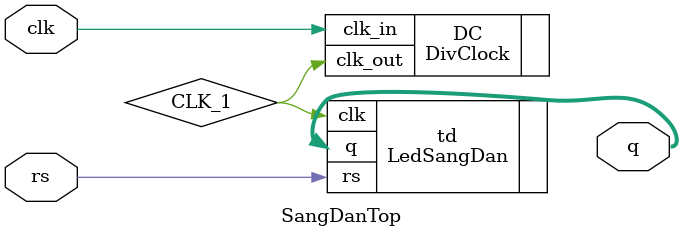
<source format=v>
`timescale 1ns / 1ps
module SangDanTop(
   input clk, rs,
	output [7:0] q);	

wire CLK_1;

DivClock DC(.clk_in(clk), .clk_out(CLK_1));
LedSangDan td(.clk(CLK_1), .rs(rs), .q(q));

endmodule

</source>
